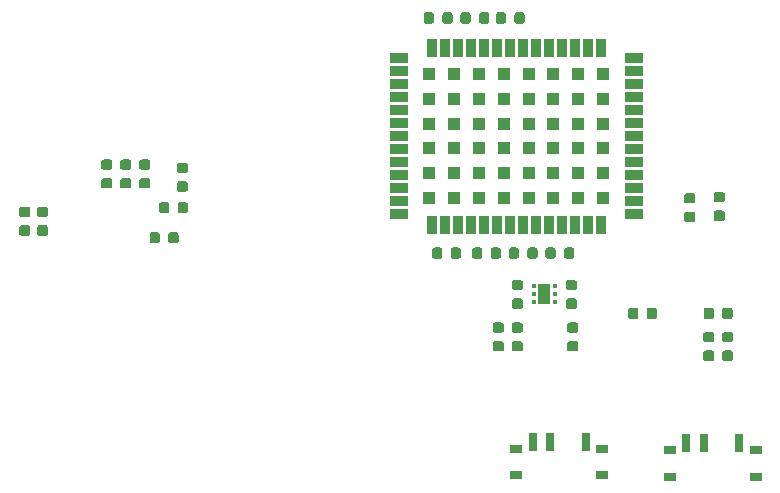
<source format=gbr>
G04 #@! TF.GenerationSoftware,KiCad,Pcbnew,5.99.0-unknown-529461e~100~ubuntu18.04.1*
G04 #@! TF.CreationDate,2019-11-06T10:36:20+01:00*
G04 #@! TF.ProjectId,f9p_board,6639705f-626f-4617-9264-2e6b69636164,rev?*
G04 #@! TF.SameCoordinates,Original*
G04 #@! TF.FileFunction,Paste,Bot*
G04 #@! TF.FilePolarity,Positive*
%FSLAX46Y46*%
G04 Gerber Fmt 4.6, Leading zero omitted, Abs format (unit mm)*
G04 Created by KiCad (PCBNEW 5.99.0-unknown-529461e~100~ubuntu18.04.1) date 2019-11-06 10:36:20*
%MOMM*%
%LPD*%
G04 APERTURE LIST*
%ADD10C,0.100000*%
%ADD11C,0.875000*%
%ADD12R,1.000000X0.800000*%
%ADD13R,0.700000X1.500000*%
%ADD14R,1.100000X1.100000*%
%ADD15R,1.600000X0.900000*%
%ADD16R,0.900000X1.600000*%
%ADD17R,1.120000X1.720000*%
%ADD18R,0.450000X0.400000*%
G04 APERTURE END LIST*
D10*
G36*
X107239962Y-70616651D02*
G01*
X107310930Y-70664070D01*
X107358349Y-70735038D01*
X107375000Y-70818750D01*
X107375000Y-71256250D01*
X107358349Y-71339962D01*
X107310930Y-71410930D01*
X107239962Y-71458349D01*
X107156250Y-71475000D01*
X106643750Y-71475000D01*
X106560038Y-71458349D01*
X106489070Y-71410930D01*
X106441651Y-71339962D01*
X106425000Y-71256250D01*
X106425000Y-70818750D01*
X106441651Y-70735038D01*
X106489070Y-70664070D01*
X106560038Y-70616651D01*
X106643750Y-70600000D01*
X107156250Y-70600000D01*
X107239962Y-70616651D01*
X107239962Y-70616651D01*
G37*
D11*
X106900000Y-71037500D03*
D10*
G36*
X107239962Y-69041651D02*
G01*
X107310930Y-69089070D01*
X107358349Y-69160038D01*
X107375000Y-69243750D01*
X107375000Y-69681250D01*
X107358349Y-69764962D01*
X107310930Y-69835930D01*
X107239962Y-69883349D01*
X107156250Y-69900000D01*
X106643750Y-69900000D01*
X106560038Y-69883349D01*
X106489070Y-69835930D01*
X106441651Y-69764962D01*
X106425000Y-69681250D01*
X106425000Y-69243750D01*
X106441651Y-69160038D01*
X106489070Y-69089070D01*
X106560038Y-69041651D01*
X106643750Y-69025000D01*
X107156250Y-69025000D01*
X107239962Y-69041651D01*
X107239962Y-69041651D01*
G37*
D11*
X106900000Y-69462500D03*
D10*
G36*
X49939962Y-71866651D02*
G01*
X50010930Y-71914070D01*
X50058349Y-71985038D01*
X50075000Y-72068750D01*
X50075000Y-72506250D01*
X50058349Y-72589962D01*
X50010930Y-72660930D01*
X49939962Y-72708349D01*
X49856250Y-72725000D01*
X49343750Y-72725000D01*
X49260038Y-72708349D01*
X49189070Y-72660930D01*
X49141651Y-72589962D01*
X49125000Y-72506250D01*
X49125000Y-72068750D01*
X49141651Y-71985038D01*
X49189070Y-71914070D01*
X49260038Y-71866651D01*
X49343750Y-71850000D01*
X49856250Y-71850000D01*
X49939962Y-71866651D01*
X49939962Y-71866651D01*
G37*
D11*
X49600000Y-72287500D03*
D10*
G36*
X49939962Y-70291651D02*
G01*
X50010930Y-70339070D01*
X50058349Y-70410038D01*
X50075000Y-70493750D01*
X50075000Y-70931250D01*
X50058349Y-71014962D01*
X50010930Y-71085930D01*
X49939962Y-71133349D01*
X49856250Y-71150000D01*
X49343750Y-71150000D01*
X49260038Y-71133349D01*
X49189070Y-71085930D01*
X49141651Y-71014962D01*
X49125000Y-70931250D01*
X49125000Y-70493750D01*
X49141651Y-70410038D01*
X49189070Y-70339070D01*
X49260038Y-70291651D01*
X49343750Y-70275000D01*
X49856250Y-70275000D01*
X49939962Y-70291651D01*
X49939962Y-70291651D01*
G37*
D11*
X49600000Y-70712500D03*
D10*
G36*
X48439962Y-71866651D02*
G01*
X48510930Y-71914070D01*
X48558349Y-71985038D01*
X48575000Y-72068750D01*
X48575000Y-72506250D01*
X48558349Y-72589962D01*
X48510930Y-72660930D01*
X48439962Y-72708349D01*
X48356250Y-72725000D01*
X47843750Y-72725000D01*
X47760038Y-72708349D01*
X47689070Y-72660930D01*
X47641651Y-72589962D01*
X47625000Y-72506250D01*
X47625000Y-72068750D01*
X47641651Y-71985038D01*
X47689070Y-71914070D01*
X47760038Y-71866651D01*
X47843750Y-71850000D01*
X48356250Y-71850000D01*
X48439962Y-71866651D01*
X48439962Y-71866651D01*
G37*
D11*
X48100000Y-72287500D03*
D10*
G36*
X48439962Y-70291651D02*
G01*
X48510930Y-70339070D01*
X48558349Y-70410038D01*
X48575000Y-70493750D01*
X48575000Y-70931250D01*
X48558349Y-71014962D01*
X48510930Y-71085930D01*
X48439962Y-71133349D01*
X48356250Y-71150000D01*
X47843750Y-71150000D01*
X47760038Y-71133349D01*
X47689070Y-71085930D01*
X47641651Y-71014962D01*
X47625000Y-70931250D01*
X47625000Y-70493750D01*
X47641651Y-70410038D01*
X47689070Y-70339070D01*
X47760038Y-70291651D01*
X47843750Y-70275000D01*
X48356250Y-70275000D01*
X48439962Y-70291651D01*
X48439962Y-70291651D01*
G37*
D11*
X48100000Y-70712500D03*
D12*
X110000000Y-90920000D03*
X102700000Y-90920000D03*
X102700000Y-93130000D03*
X110000000Y-93130000D03*
D13*
X104100000Y-90270000D03*
X105600000Y-90270000D03*
X108600000Y-90270000D03*
D10*
G36*
X61789962Y-69891651D02*
G01*
X61860930Y-69939070D01*
X61908349Y-70010038D01*
X61925000Y-70093750D01*
X61925000Y-70606250D01*
X61908349Y-70689962D01*
X61860930Y-70760930D01*
X61789962Y-70808349D01*
X61706250Y-70825000D01*
X61268750Y-70825000D01*
X61185038Y-70808349D01*
X61114070Y-70760930D01*
X61066651Y-70689962D01*
X61050000Y-70606250D01*
X61050000Y-70093750D01*
X61066651Y-70010038D01*
X61114070Y-69939070D01*
X61185038Y-69891651D01*
X61268750Y-69875000D01*
X61706250Y-69875000D01*
X61789962Y-69891651D01*
X61789962Y-69891651D01*
G37*
D11*
X61487500Y-70350000D03*
D10*
G36*
X60214962Y-69891651D02*
G01*
X60285930Y-69939070D01*
X60333349Y-70010038D01*
X60350000Y-70093750D01*
X60350000Y-70606250D01*
X60333349Y-70689962D01*
X60285930Y-70760930D01*
X60214962Y-70808349D01*
X60131250Y-70825000D01*
X59693750Y-70825000D01*
X59610038Y-70808349D01*
X59539070Y-70760930D01*
X59491651Y-70689962D01*
X59475000Y-70606250D01*
X59475000Y-70093750D01*
X59491651Y-70010038D01*
X59539070Y-69939070D01*
X59610038Y-69891651D01*
X59693750Y-69875000D01*
X60131250Y-69875000D01*
X60214962Y-69891651D01*
X60214962Y-69891651D01*
G37*
D11*
X59912500Y-70350000D03*
D10*
G36*
X61789962Y-66566651D02*
G01*
X61860930Y-66614070D01*
X61908349Y-66685038D01*
X61925000Y-66768750D01*
X61925000Y-67206250D01*
X61908349Y-67289962D01*
X61860930Y-67360930D01*
X61789962Y-67408349D01*
X61706250Y-67425000D01*
X61193750Y-67425000D01*
X61110038Y-67408349D01*
X61039070Y-67360930D01*
X60991651Y-67289962D01*
X60975000Y-67206250D01*
X60975000Y-66768750D01*
X60991651Y-66685038D01*
X61039070Y-66614070D01*
X61110038Y-66566651D01*
X61193750Y-66550000D01*
X61706250Y-66550000D01*
X61789962Y-66566651D01*
X61789962Y-66566651D01*
G37*
D11*
X61450000Y-66987500D03*
D10*
G36*
X61789962Y-68141651D02*
G01*
X61860930Y-68189070D01*
X61908349Y-68260038D01*
X61925000Y-68343750D01*
X61925000Y-68781250D01*
X61908349Y-68864962D01*
X61860930Y-68935930D01*
X61789962Y-68983349D01*
X61706250Y-69000000D01*
X61193750Y-69000000D01*
X61110038Y-68983349D01*
X61039070Y-68935930D01*
X60991651Y-68864962D01*
X60975000Y-68781250D01*
X60975000Y-68343750D01*
X60991651Y-68260038D01*
X61039070Y-68189070D01*
X61110038Y-68141651D01*
X61193750Y-68125000D01*
X61706250Y-68125000D01*
X61789962Y-68141651D01*
X61789962Y-68141651D01*
G37*
D11*
X61450000Y-68562500D03*
D10*
G36*
X56989962Y-67866651D02*
G01*
X57060930Y-67914070D01*
X57108349Y-67985038D01*
X57125000Y-68068750D01*
X57125000Y-68506250D01*
X57108349Y-68589962D01*
X57060930Y-68660930D01*
X56989962Y-68708349D01*
X56906250Y-68725000D01*
X56393750Y-68725000D01*
X56310038Y-68708349D01*
X56239070Y-68660930D01*
X56191651Y-68589962D01*
X56175000Y-68506250D01*
X56175000Y-68068750D01*
X56191651Y-67985038D01*
X56239070Y-67914070D01*
X56310038Y-67866651D01*
X56393750Y-67850000D01*
X56906250Y-67850000D01*
X56989962Y-67866651D01*
X56989962Y-67866651D01*
G37*
D11*
X56650000Y-68287500D03*
D10*
G36*
X56989962Y-66291651D02*
G01*
X57060930Y-66339070D01*
X57108349Y-66410038D01*
X57125000Y-66493750D01*
X57125000Y-66931250D01*
X57108349Y-67014962D01*
X57060930Y-67085930D01*
X56989962Y-67133349D01*
X56906250Y-67150000D01*
X56393750Y-67150000D01*
X56310038Y-67133349D01*
X56239070Y-67085930D01*
X56191651Y-67014962D01*
X56175000Y-66931250D01*
X56175000Y-66493750D01*
X56191651Y-66410038D01*
X56239070Y-66339070D01*
X56310038Y-66291651D01*
X56393750Y-66275000D01*
X56906250Y-66275000D01*
X56989962Y-66291651D01*
X56989962Y-66291651D01*
G37*
D11*
X56650000Y-66712500D03*
D10*
G36*
X58589962Y-67866651D02*
G01*
X58660930Y-67914070D01*
X58708349Y-67985038D01*
X58725000Y-68068750D01*
X58725000Y-68506250D01*
X58708349Y-68589962D01*
X58660930Y-68660930D01*
X58589962Y-68708349D01*
X58506250Y-68725000D01*
X57993750Y-68725000D01*
X57910038Y-68708349D01*
X57839070Y-68660930D01*
X57791651Y-68589962D01*
X57775000Y-68506250D01*
X57775000Y-68068750D01*
X57791651Y-67985038D01*
X57839070Y-67914070D01*
X57910038Y-67866651D01*
X57993750Y-67850000D01*
X58506250Y-67850000D01*
X58589962Y-67866651D01*
X58589962Y-67866651D01*
G37*
D11*
X58250000Y-68287500D03*
D10*
G36*
X58589962Y-66291651D02*
G01*
X58660930Y-66339070D01*
X58708349Y-66410038D01*
X58725000Y-66493750D01*
X58725000Y-66931250D01*
X58708349Y-67014962D01*
X58660930Y-67085930D01*
X58589962Y-67133349D01*
X58506250Y-67150000D01*
X57993750Y-67150000D01*
X57910038Y-67133349D01*
X57839070Y-67085930D01*
X57791651Y-67014962D01*
X57775000Y-66931250D01*
X57775000Y-66493750D01*
X57791651Y-66410038D01*
X57839070Y-66339070D01*
X57910038Y-66291651D01*
X57993750Y-66275000D01*
X58506250Y-66275000D01*
X58589962Y-66291651D01*
X58589962Y-66291651D01*
G37*
D11*
X58250000Y-66712500D03*
D10*
G36*
X55389962Y-67866651D02*
G01*
X55460930Y-67914070D01*
X55508349Y-67985038D01*
X55525000Y-68068750D01*
X55525000Y-68506250D01*
X55508349Y-68589962D01*
X55460930Y-68660930D01*
X55389962Y-68708349D01*
X55306250Y-68725000D01*
X54793750Y-68725000D01*
X54710038Y-68708349D01*
X54639070Y-68660930D01*
X54591651Y-68589962D01*
X54575000Y-68506250D01*
X54575000Y-68068750D01*
X54591651Y-67985038D01*
X54639070Y-67914070D01*
X54710038Y-67866651D01*
X54793750Y-67850000D01*
X55306250Y-67850000D01*
X55389962Y-67866651D01*
X55389962Y-67866651D01*
G37*
D11*
X55050000Y-68287500D03*
D10*
G36*
X55389962Y-66291651D02*
G01*
X55460930Y-66339070D01*
X55508349Y-66410038D01*
X55525000Y-66493750D01*
X55525000Y-66931250D01*
X55508349Y-67014962D01*
X55460930Y-67085930D01*
X55389962Y-67133349D01*
X55306250Y-67150000D01*
X54793750Y-67150000D01*
X54710038Y-67133349D01*
X54639070Y-67085930D01*
X54591651Y-67014962D01*
X54575000Y-66931250D01*
X54575000Y-66493750D01*
X54591651Y-66410038D01*
X54639070Y-66339070D01*
X54710038Y-66291651D01*
X54793750Y-66275000D01*
X55306250Y-66275000D01*
X55389962Y-66291651D01*
X55389962Y-66291651D01*
G37*
D11*
X55050000Y-66712500D03*
D10*
G36*
X60989962Y-72441651D02*
G01*
X61060930Y-72489070D01*
X61108349Y-72560038D01*
X61125000Y-72643750D01*
X61125000Y-73156250D01*
X61108349Y-73239962D01*
X61060930Y-73310930D01*
X60989962Y-73358349D01*
X60906250Y-73375000D01*
X60468750Y-73375000D01*
X60385038Y-73358349D01*
X60314070Y-73310930D01*
X60266651Y-73239962D01*
X60250000Y-73156250D01*
X60250000Y-72643750D01*
X60266651Y-72560038D01*
X60314070Y-72489070D01*
X60385038Y-72441651D01*
X60468750Y-72425000D01*
X60906250Y-72425000D01*
X60989962Y-72441651D01*
X60989962Y-72441651D01*
G37*
D11*
X60687500Y-72900000D03*
D10*
G36*
X59414962Y-72441651D02*
G01*
X59485930Y-72489070D01*
X59533349Y-72560038D01*
X59550000Y-72643750D01*
X59550000Y-73156250D01*
X59533349Y-73239962D01*
X59485930Y-73310930D01*
X59414962Y-73358349D01*
X59331250Y-73375000D01*
X58893750Y-73375000D01*
X58810038Y-73358349D01*
X58739070Y-73310930D01*
X58691651Y-73239962D01*
X58675000Y-73156250D01*
X58675000Y-72643750D01*
X58691651Y-72560038D01*
X58739070Y-72489070D01*
X58810038Y-72441651D01*
X58893750Y-72425000D01*
X59331250Y-72425000D01*
X59414962Y-72441651D01*
X59414962Y-72441651D01*
G37*
D11*
X59112500Y-72900000D03*
D10*
G36*
X94839962Y-80091651D02*
G01*
X94910930Y-80139070D01*
X94958349Y-80210038D01*
X94975000Y-80293750D01*
X94975000Y-80731250D01*
X94958349Y-80814962D01*
X94910930Y-80885930D01*
X94839962Y-80933349D01*
X94756250Y-80950000D01*
X94243750Y-80950000D01*
X94160038Y-80933349D01*
X94089070Y-80885930D01*
X94041651Y-80814962D01*
X94025000Y-80731250D01*
X94025000Y-80293750D01*
X94041651Y-80210038D01*
X94089070Y-80139070D01*
X94160038Y-80091651D01*
X94243750Y-80075000D01*
X94756250Y-80075000D01*
X94839962Y-80091651D01*
X94839962Y-80091651D01*
G37*
D11*
X94500000Y-80512500D03*
D10*
G36*
X94839962Y-81666651D02*
G01*
X94910930Y-81714070D01*
X94958349Y-81785038D01*
X94975000Y-81868750D01*
X94975000Y-82306250D01*
X94958349Y-82389962D01*
X94910930Y-82460930D01*
X94839962Y-82508349D01*
X94756250Y-82525000D01*
X94243750Y-82525000D01*
X94160038Y-82508349D01*
X94089070Y-82460930D01*
X94041651Y-82389962D01*
X94025000Y-82306250D01*
X94025000Y-81868750D01*
X94041651Y-81785038D01*
X94089070Y-81714070D01*
X94160038Y-81666651D01*
X94243750Y-81650000D01*
X94756250Y-81650000D01*
X94839962Y-81666651D01*
X94839962Y-81666651D01*
G37*
D11*
X94500000Y-82087500D03*
D14*
X90750000Y-69550000D03*
X86550000Y-69550000D03*
X94950000Y-69550000D03*
X88650000Y-69550000D03*
X82350000Y-69550000D03*
X84450000Y-69550000D03*
X92850000Y-69550000D03*
X97050000Y-69550000D03*
X88650000Y-67450000D03*
X97050000Y-67450000D03*
X90750000Y-67450000D03*
X86550000Y-67450000D03*
X94950000Y-67450000D03*
X82350000Y-67450000D03*
X92850000Y-67450000D03*
X84450000Y-67450000D03*
X86550000Y-65350000D03*
X94950000Y-65350000D03*
X82350000Y-65350000D03*
X90750000Y-65350000D03*
X97050000Y-65350000D03*
X92850000Y-65350000D03*
X88650000Y-65350000D03*
X84450000Y-65350000D03*
X86550000Y-63250000D03*
X90750000Y-63250000D03*
X94950000Y-63250000D03*
X97050000Y-63250000D03*
X88650000Y-63250000D03*
X82350000Y-63250000D03*
X84450000Y-63250000D03*
X92850000Y-63250000D03*
X86550000Y-61150000D03*
X90750000Y-61150000D03*
X88650000Y-61150000D03*
X82350000Y-61150000D03*
X94950000Y-61150000D03*
X97050000Y-61150000D03*
X84450000Y-61150000D03*
X92850000Y-61150000D03*
X97050000Y-59050000D03*
X94950000Y-59050000D03*
X92850000Y-59050000D03*
X90750000Y-59050000D03*
X88650000Y-59050000D03*
X86550000Y-59050000D03*
X84450000Y-59050000D03*
X82350000Y-59050000D03*
D15*
X79750000Y-59900000D03*
X79750000Y-70900000D03*
X79750000Y-65400000D03*
X79750000Y-63200000D03*
X79750000Y-68700000D03*
X79750000Y-66500000D03*
X79750000Y-57700000D03*
X79750000Y-64300000D03*
X79750000Y-67600000D03*
X79750000Y-62100000D03*
X79750000Y-58800000D03*
X79750000Y-61000000D03*
X79750000Y-69800000D03*
X99650000Y-70900000D03*
X99650000Y-69800000D03*
X99650000Y-68700000D03*
X99650000Y-67600000D03*
X99650000Y-66500000D03*
X99650000Y-65400000D03*
X99650000Y-64300000D03*
X99650000Y-63200000D03*
X99650000Y-62100000D03*
X99650000Y-61000000D03*
X99650000Y-59900000D03*
X99650000Y-58800000D03*
X99650000Y-57700000D03*
D16*
X91350000Y-71800000D03*
X90250000Y-71800000D03*
X89150000Y-71800000D03*
X86950000Y-71800000D03*
X92450000Y-71800000D03*
X84750000Y-71800000D03*
X85850000Y-71800000D03*
X96850000Y-71800000D03*
X82550000Y-71800000D03*
X83650000Y-71800000D03*
X95750000Y-71800000D03*
X88050000Y-71800000D03*
X93550000Y-71800000D03*
X94650000Y-71800000D03*
X96850000Y-56850000D03*
X95750000Y-56850000D03*
X94650000Y-56850000D03*
X93550000Y-56850000D03*
X92450000Y-56850000D03*
X91350000Y-56850000D03*
X90250000Y-56850000D03*
X89150000Y-56850000D03*
X88050000Y-56850000D03*
X86950000Y-56850000D03*
X85850000Y-56850000D03*
X84750000Y-56850000D03*
X83650000Y-56850000D03*
X82550000Y-56850000D03*
D10*
G36*
X107939962Y-80891651D02*
G01*
X108010930Y-80939070D01*
X108058349Y-81010038D01*
X108075000Y-81093750D01*
X108075000Y-81531250D01*
X108058349Y-81614962D01*
X108010930Y-81685930D01*
X107939962Y-81733349D01*
X107856250Y-81750000D01*
X107343750Y-81750000D01*
X107260038Y-81733349D01*
X107189070Y-81685930D01*
X107141651Y-81614962D01*
X107125000Y-81531250D01*
X107125000Y-81093750D01*
X107141651Y-81010038D01*
X107189070Y-80939070D01*
X107260038Y-80891651D01*
X107343750Y-80875000D01*
X107856250Y-80875000D01*
X107939962Y-80891651D01*
X107939962Y-80891651D01*
G37*
D11*
X107600000Y-81312500D03*
D10*
G36*
X107939962Y-82466651D02*
G01*
X108010930Y-82514070D01*
X108058349Y-82585038D01*
X108075000Y-82668750D01*
X108075000Y-83106250D01*
X108058349Y-83189962D01*
X108010930Y-83260930D01*
X107939962Y-83308349D01*
X107856250Y-83325000D01*
X107343750Y-83325000D01*
X107260038Y-83308349D01*
X107189070Y-83260930D01*
X107141651Y-83189962D01*
X107125000Y-83106250D01*
X107125000Y-82668750D01*
X107141651Y-82585038D01*
X107189070Y-82514070D01*
X107260038Y-82466651D01*
X107343750Y-82450000D01*
X107856250Y-82450000D01*
X107939962Y-82466651D01*
X107939962Y-82466651D01*
G37*
D11*
X107600000Y-82887500D03*
D10*
G36*
X106339962Y-80891651D02*
G01*
X106410930Y-80939070D01*
X106458349Y-81010038D01*
X106475000Y-81093750D01*
X106475000Y-81531250D01*
X106458349Y-81614962D01*
X106410930Y-81685930D01*
X106339962Y-81733349D01*
X106256250Y-81750000D01*
X105743750Y-81750000D01*
X105660038Y-81733349D01*
X105589070Y-81685930D01*
X105541651Y-81614962D01*
X105525000Y-81531250D01*
X105525000Y-81093750D01*
X105541651Y-81010038D01*
X105589070Y-80939070D01*
X105660038Y-80891651D01*
X105743750Y-80875000D01*
X106256250Y-80875000D01*
X106339962Y-80891651D01*
X106339962Y-80891651D01*
G37*
D11*
X106000000Y-81312500D03*
D10*
G36*
X106339962Y-82466651D02*
G01*
X106410930Y-82514070D01*
X106458349Y-82585038D01*
X106475000Y-82668750D01*
X106475000Y-83106250D01*
X106458349Y-83189962D01*
X106410930Y-83260930D01*
X106339962Y-83308349D01*
X106256250Y-83325000D01*
X105743750Y-83325000D01*
X105660038Y-83308349D01*
X105589070Y-83260930D01*
X105541651Y-83189962D01*
X105525000Y-83106250D01*
X105525000Y-82668750D01*
X105541651Y-82585038D01*
X105589070Y-82514070D01*
X105660038Y-82466651D01*
X105743750Y-82450000D01*
X106256250Y-82450000D01*
X106339962Y-82466651D01*
X106339962Y-82466651D01*
G37*
D11*
X106000000Y-82887500D03*
D10*
G36*
X82614962Y-53841651D02*
G01*
X82685930Y-53889070D01*
X82733349Y-53960038D01*
X82750000Y-54043750D01*
X82750000Y-54556250D01*
X82733349Y-54639962D01*
X82685930Y-54710930D01*
X82614962Y-54758349D01*
X82531250Y-54775000D01*
X82093750Y-54775000D01*
X82010038Y-54758349D01*
X81939070Y-54710930D01*
X81891651Y-54639962D01*
X81875000Y-54556250D01*
X81875000Y-54043750D01*
X81891651Y-53960038D01*
X81939070Y-53889070D01*
X82010038Y-53841651D01*
X82093750Y-53825000D01*
X82531250Y-53825000D01*
X82614962Y-53841651D01*
X82614962Y-53841651D01*
G37*
D11*
X82312500Y-54300000D03*
D10*
G36*
X84189962Y-53841651D02*
G01*
X84260930Y-53889070D01*
X84308349Y-53960038D01*
X84325000Y-54043750D01*
X84325000Y-54556250D01*
X84308349Y-54639962D01*
X84260930Y-54710930D01*
X84189962Y-54758349D01*
X84106250Y-54775000D01*
X83668750Y-54775000D01*
X83585038Y-54758349D01*
X83514070Y-54710930D01*
X83466651Y-54639962D01*
X83450000Y-54556250D01*
X83450000Y-54043750D01*
X83466651Y-53960038D01*
X83514070Y-53889070D01*
X83585038Y-53841651D01*
X83668750Y-53825000D01*
X84106250Y-53825000D01*
X84189962Y-53841651D01*
X84189962Y-53841651D01*
G37*
D11*
X83887500Y-54300000D03*
D10*
G36*
X88714962Y-53841651D02*
G01*
X88785930Y-53889070D01*
X88833349Y-53960038D01*
X88850000Y-54043750D01*
X88850000Y-54556250D01*
X88833349Y-54639962D01*
X88785930Y-54710930D01*
X88714962Y-54758349D01*
X88631250Y-54775000D01*
X88193750Y-54775000D01*
X88110038Y-54758349D01*
X88039070Y-54710930D01*
X87991651Y-54639962D01*
X87975000Y-54556250D01*
X87975000Y-54043750D01*
X87991651Y-53960038D01*
X88039070Y-53889070D01*
X88110038Y-53841651D01*
X88193750Y-53825000D01*
X88631250Y-53825000D01*
X88714962Y-53841651D01*
X88714962Y-53841651D01*
G37*
D11*
X88412500Y-54300000D03*
D10*
G36*
X90289962Y-53841651D02*
G01*
X90360930Y-53889070D01*
X90408349Y-53960038D01*
X90425000Y-54043750D01*
X90425000Y-54556250D01*
X90408349Y-54639962D01*
X90360930Y-54710930D01*
X90289962Y-54758349D01*
X90206250Y-54775000D01*
X89768750Y-54775000D01*
X89685038Y-54758349D01*
X89614070Y-54710930D01*
X89566651Y-54639962D01*
X89550000Y-54556250D01*
X89550000Y-54043750D01*
X89566651Y-53960038D01*
X89614070Y-53889070D01*
X89685038Y-53841651D01*
X89768750Y-53825000D01*
X90206250Y-53825000D01*
X90289962Y-53841651D01*
X90289962Y-53841651D01*
G37*
D11*
X89987500Y-54300000D03*
D10*
G36*
X85714962Y-53841651D02*
G01*
X85785930Y-53889070D01*
X85833349Y-53960038D01*
X85850000Y-54043750D01*
X85850000Y-54556250D01*
X85833349Y-54639962D01*
X85785930Y-54710930D01*
X85714962Y-54758349D01*
X85631250Y-54775000D01*
X85193750Y-54775000D01*
X85110038Y-54758349D01*
X85039070Y-54710930D01*
X84991651Y-54639962D01*
X84975000Y-54556250D01*
X84975000Y-54043750D01*
X84991651Y-53960038D01*
X85039070Y-53889070D01*
X85110038Y-53841651D01*
X85193750Y-53825000D01*
X85631250Y-53825000D01*
X85714962Y-53841651D01*
X85714962Y-53841651D01*
G37*
D11*
X85412500Y-54300000D03*
D10*
G36*
X87289962Y-53841651D02*
G01*
X87360930Y-53889070D01*
X87408349Y-53960038D01*
X87425000Y-54043750D01*
X87425000Y-54556250D01*
X87408349Y-54639962D01*
X87360930Y-54710930D01*
X87289962Y-54758349D01*
X87206250Y-54775000D01*
X86768750Y-54775000D01*
X86685038Y-54758349D01*
X86614070Y-54710930D01*
X86566651Y-54639962D01*
X86550000Y-54556250D01*
X86550000Y-54043750D01*
X86566651Y-53960038D01*
X86614070Y-53889070D01*
X86685038Y-53841651D01*
X86768750Y-53825000D01*
X87206250Y-53825000D01*
X87289962Y-53841651D01*
X87289962Y-53841651D01*
G37*
D11*
X86987500Y-54300000D03*
D10*
G36*
X92914962Y-73741651D02*
G01*
X92985930Y-73789070D01*
X93033349Y-73860038D01*
X93050000Y-73943750D01*
X93050000Y-74456250D01*
X93033349Y-74539962D01*
X92985930Y-74610930D01*
X92914962Y-74658349D01*
X92831250Y-74675000D01*
X92393750Y-74675000D01*
X92310038Y-74658349D01*
X92239070Y-74610930D01*
X92191651Y-74539962D01*
X92175000Y-74456250D01*
X92175000Y-73943750D01*
X92191651Y-73860038D01*
X92239070Y-73789070D01*
X92310038Y-73741651D01*
X92393750Y-73725000D01*
X92831250Y-73725000D01*
X92914962Y-73741651D01*
X92914962Y-73741651D01*
G37*
D11*
X92612500Y-74200000D03*
D10*
G36*
X94489962Y-73741651D02*
G01*
X94560930Y-73789070D01*
X94608349Y-73860038D01*
X94625000Y-73943750D01*
X94625000Y-74456250D01*
X94608349Y-74539962D01*
X94560930Y-74610930D01*
X94489962Y-74658349D01*
X94406250Y-74675000D01*
X93968750Y-74675000D01*
X93885038Y-74658349D01*
X93814070Y-74610930D01*
X93766651Y-74539962D01*
X93750000Y-74456250D01*
X93750000Y-73943750D01*
X93766651Y-73860038D01*
X93814070Y-73789070D01*
X93885038Y-73741651D01*
X93968750Y-73725000D01*
X94406250Y-73725000D01*
X94489962Y-73741651D01*
X94489962Y-73741651D01*
G37*
D11*
X94187500Y-74200000D03*
D10*
G36*
X88289962Y-73741651D02*
G01*
X88360930Y-73789070D01*
X88408349Y-73860038D01*
X88425000Y-73943750D01*
X88425000Y-74456250D01*
X88408349Y-74539962D01*
X88360930Y-74610930D01*
X88289962Y-74658349D01*
X88206250Y-74675000D01*
X87768750Y-74675000D01*
X87685038Y-74658349D01*
X87614070Y-74610930D01*
X87566651Y-74539962D01*
X87550000Y-74456250D01*
X87550000Y-73943750D01*
X87566651Y-73860038D01*
X87614070Y-73789070D01*
X87685038Y-73741651D01*
X87768750Y-73725000D01*
X88206250Y-73725000D01*
X88289962Y-73741651D01*
X88289962Y-73741651D01*
G37*
D11*
X87987500Y-74200000D03*
D10*
G36*
X86714962Y-73741651D02*
G01*
X86785930Y-73789070D01*
X86833349Y-73860038D01*
X86850000Y-73943750D01*
X86850000Y-74456250D01*
X86833349Y-74539962D01*
X86785930Y-74610930D01*
X86714962Y-74658349D01*
X86631250Y-74675000D01*
X86193750Y-74675000D01*
X86110038Y-74658349D01*
X86039070Y-74610930D01*
X85991651Y-74539962D01*
X85975000Y-74456250D01*
X85975000Y-73943750D01*
X85991651Y-73860038D01*
X86039070Y-73789070D01*
X86110038Y-73741651D01*
X86193750Y-73725000D01*
X86631250Y-73725000D01*
X86714962Y-73741651D01*
X86714962Y-73741651D01*
G37*
D11*
X86412500Y-74200000D03*
D10*
G36*
X89814962Y-73741651D02*
G01*
X89885930Y-73789070D01*
X89933349Y-73860038D01*
X89950000Y-73943750D01*
X89950000Y-74456250D01*
X89933349Y-74539962D01*
X89885930Y-74610930D01*
X89814962Y-74658349D01*
X89731250Y-74675000D01*
X89293750Y-74675000D01*
X89210038Y-74658349D01*
X89139070Y-74610930D01*
X89091651Y-74539962D01*
X89075000Y-74456250D01*
X89075000Y-73943750D01*
X89091651Y-73860038D01*
X89139070Y-73789070D01*
X89210038Y-73741651D01*
X89293750Y-73725000D01*
X89731250Y-73725000D01*
X89814962Y-73741651D01*
X89814962Y-73741651D01*
G37*
D11*
X89512500Y-74200000D03*
D10*
G36*
X91389962Y-73741651D02*
G01*
X91460930Y-73789070D01*
X91508349Y-73860038D01*
X91525000Y-73943750D01*
X91525000Y-74456250D01*
X91508349Y-74539962D01*
X91460930Y-74610930D01*
X91389962Y-74658349D01*
X91306250Y-74675000D01*
X90868750Y-74675000D01*
X90785038Y-74658349D01*
X90714070Y-74610930D01*
X90666651Y-74539962D01*
X90650000Y-74456250D01*
X90650000Y-73943750D01*
X90666651Y-73860038D01*
X90714070Y-73789070D01*
X90785038Y-73741651D01*
X90868750Y-73725000D01*
X91306250Y-73725000D01*
X91389962Y-73741651D01*
X91389962Y-73741651D01*
G37*
D11*
X91087500Y-74200000D03*
D12*
X97000000Y-90820000D03*
X89700000Y-90820000D03*
X89700000Y-93030000D03*
X97000000Y-93030000D03*
D13*
X91100000Y-90170000D03*
X92600000Y-90170000D03*
X95600000Y-90170000D03*
D10*
G36*
X104739962Y-69141651D02*
G01*
X104810930Y-69189070D01*
X104858349Y-69260038D01*
X104875000Y-69343750D01*
X104875000Y-69781250D01*
X104858349Y-69864962D01*
X104810930Y-69935930D01*
X104739962Y-69983349D01*
X104656250Y-70000000D01*
X104143750Y-70000000D01*
X104060038Y-69983349D01*
X103989070Y-69935930D01*
X103941651Y-69864962D01*
X103925000Y-69781250D01*
X103925000Y-69343750D01*
X103941651Y-69260038D01*
X103989070Y-69189070D01*
X104060038Y-69141651D01*
X104143750Y-69125000D01*
X104656250Y-69125000D01*
X104739962Y-69141651D01*
X104739962Y-69141651D01*
G37*
D11*
X104400000Y-69562500D03*
D10*
G36*
X104739962Y-70716651D02*
G01*
X104810930Y-70764070D01*
X104858349Y-70835038D01*
X104875000Y-70918750D01*
X104875000Y-71356250D01*
X104858349Y-71439962D01*
X104810930Y-71510930D01*
X104739962Y-71558349D01*
X104656250Y-71575000D01*
X104143750Y-71575000D01*
X104060038Y-71558349D01*
X103989070Y-71510930D01*
X103941651Y-71439962D01*
X103925000Y-71356250D01*
X103925000Y-70918750D01*
X103941651Y-70835038D01*
X103989070Y-70764070D01*
X104060038Y-70716651D01*
X104143750Y-70700000D01*
X104656250Y-70700000D01*
X104739962Y-70716651D01*
X104739962Y-70716651D01*
G37*
D11*
X104400000Y-71137500D03*
D10*
G36*
X101489962Y-78841651D02*
G01*
X101560930Y-78889070D01*
X101608349Y-78960038D01*
X101625000Y-79043750D01*
X101625000Y-79556250D01*
X101608349Y-79639962D01*
X101560930Y-79710930D01*
X101489962Y-79758349D01*
X101406250Y-79775000D01*
X100968750Y-79775000D01*
X100885038Y-79758349D01*
X100814070Y-79710930D01*
X100766651Y-79639962D01*
X100750000Y-79556250D01*
X100750000Y-79043750D01*
X100766651Y-78960038D01*
X100814070Y-78889070D01*
X100885038Y-78841651D01*
X100968750Y-78825000D01*
X101406250Y-78825000D01*
X101489962Y-78841651D01*
X101489962Y-78841651D01*
G37*
D11*
X101187500Y-79300000D03*
D10*
G36*
X99914962Y-78841651D02*
G01*
X99985930Y-78889070D01*
X100033349Y-78960038D01*
X100050000Y-79043750D01*
X100050000Y-79556250D01*
X100033349Y-79639962D01*
X99985930Y-79710930D01*
X99914962Y-79758349D01*
X99831250Y-79775000D01*
X99393750Y-79775000D01*
X99310038Y-79758349D01*
X99239070Y-79710930D01*
X99191651Y-79639962D01*
X99175000Y-79556250D01*
X99175000Y-79043750D01*
X99191651Y-78960038D01*
X99239070Y-78889070D01*
X99310038Y-78841651D01*
X99393750Y-78825000D01*
X99831250Y-78825000D01*
X99914962Y-78841651D01*
X99914962Y-78841651D01*
G37*
D11*
X99612500Y-79300000D03*
D10*
G36*
X106314962Y-78841651D02*
G01*
X106385930Y-78889070D01*
X106433349Y-78960038D01*
X106450000Y-79043750D01*
X106450000Y-79556250D01*
X106433349Y-79639962D01*
X106385930Y-79710930D01*
X106314962Y-79758349D01*
X106231250Y-79775000D01*
X105793750Y-79775000D01*
X105710038Y-79758349D01*
X105639070Y-79710930D01*
X105591651Y-79639962D01*
X105575000Y-79556250D01*
X105575000Y-79043750D01*
X105591651Y-78960038D01*
X105639070Y-78889070D01*
X105710038Y-78841651D01*
X105793750Y-78825000D01*
X106231250Y-78825000D01*
X106314962Y-78841651D01*
X106314962Y-78841651D01*
G37*
D11*
X106012500Y-79300000D03*
D10*
G36*
X107889962Y-78841651D02*
G01*
X107960930Y-78889070D01*
X108008349Y-78960038D01*
X108025000Y-79043750D01*
X108025000Y-79556250D01*
X108008349Y-79639962D01*
X107960930Y-79710930D01*
X107889962Y-79758349D01*
X107806250Y-79775000D01*
X107368750Y-79775000D01*
X107285038Y-79758349D01*
X107214070Y-79710930D01*
X107166651Y-79639962D01*
X107150000Y-79556250D01*
X107150000Y-79043750D01*
X107166651Y-78960038D01*
X107214070Y-78889070D01*
X107285038Y-78841651D01*
X107368750Y-78825000D01*
X107806250Y-78825000D01*
X107889962Y-78841651D01*
X107889962Y-78841651D01*
G37*
D11*
X107587500Y-79300000D03*
D10*
G36*
X88525962Y-80091651D02*
G01*
X88596930Y-80139070D01*
X88644349Y-80210038D01*
X88661000Y-80293750D01*
X88661000Y-80731250D01*
X88644349Y-80814962D01*
X88596930Y-80885930D01*
X88525962Y-80933349D01*
X88442250Y-80950000D01*
X87929750Y-80950000D01*
X87846038Y-80933349D01*
X87775070Y-80885930D01*
X87727651Y-80814962D01*
X87711000Y-80731250D01*
X87711000Y-80293750D01*
X87727651Y-80210038D01*
X87775070Y-80139070D01*
X87846038Y-80091651D01*
X87929750Y-80075000D01*
X88442250Y-80075000D01*
X88525962Y-80091651D01*
X88525962Y-80091651D01*
G37*
D11*
X88186000Y-80512500D03*
D10*
G36*
X88525962Y-81666651D02*
G01*
X88596930Y-81714070D01*
X88644349Y-81785038D01*
X88661000Y-81868750D01*
X88661000Y-82306250D01*
X88644349Y-82389962D01*
X88596930Y-82460930D01*
X88525962Y-82508349D01*
X88442250Y-82525000D01*
X87929750Y-82525000D01*
X87846038Y-82508349D01*
X87775070Y-82460930D01*
X87727651Y-82389962D01*
X87711000Y-82306250D01*
X87711000Y-81868750D01*
X87727651Y-81785038D01*
X87775070Y-81714070D01*
X87846038Y-81666651D01*
X87929750Y-81650000D01*
X88442250Y-81650000D01*
X88525962Y-81666651D01*
X88525962Y-81666651D01*
G37*
D11*
X88186000Y-82087500D03*
D10*
G36*
X90125962Y-80091651D02*
G01*
X90196930Y-80139070D01*
X90244349Y-80210038D01*
X90261000Y-80293750D01*
X90261000Y-80731250D01*
X90244349Y-80814962D01*
X90196930Y-80885930D01*
X90125962Y-80933349D01*
X90042250Y-80950000D01*
X89529750Y-80950000D01*
X89446038Y-80933349D01*
X89375070Y-80885930D01*
X89327651Y-80814962D01*
X89311000Y-80731250D01*
X89311000Y-80293750D01*
X89327651Y-80210038D01*
X89375070Y-80139070D01*
X89446038Y-80091651D01*
X89529750Y-80075000D01*
X90042250Y-80075000D01*
X90125962Y-80091651D01*
X90125962Y-80091651D01*
G37*
D11*
X89786000Y-80512500D03*
D10*
G36*
X90125962Y-81666651D02*
G01*
X90196930Y-81714070D01*
X90244349Y-81785038D01*
X90261000Y-81868750D01*
X90261000Y-82306250D01*
X90244349Y-82389962D01*
X90196930Y-82460930D01*
X90125962Y-82508349D01*
X90042250Y-82525000D01*
X89529750Y-82525000D01*
X89446038Y-82508349D01*
X89375070Y-82460930D01*
X89327651Y-82389962D01*
X89311000Y-82306250D01*
X89311000Y-81868750D01*
X89327651Y-81785038D01*
X89375070Y-81714070D01*
X89446038Y-81666651D01*
X89529750Y-81650000D01*
X90042250Y-81650000D01*
X90125962Y-81666651D01*
X90125962Y-81666651D01*
G37*
D11*
X89786000Y-82087500D03*
D10*
G36*
X83314962Y-73741651D02*
G01*
X83385930Y-73789070D01*
X83433349Y-73860038D01*
X83450000Y-73943750D01*
X83450000Y-74456250D01*
X83433349Y-74539962D01*
X83385930Y-74610930D01*
X83314962Y-74658349D01*
X83231250Y-74675000D01*
X82793750Y-74675000D01*
X82710038Y-74658349D01*
X82639070Y-74610930D01*
X82591651Y-74539962D01*
X82575000Y-74456250D01*
X82575000Y-73943750D01*
X82591651Y-73860038D01*
X82639070Y-73789070D01*
X82710038Y-73741651D01*
X82793750Y-73725000D01*
X83231250Y-73725000D01*
X83314962Y-73741651D01*
X83314962Y-73741651D01*
G37*
D11*
X83012500Y-74200000D03*
D10*
G36*
X84889962Y-73741651D02*
G01*
X84960930Y-73789070D01*
X85008349Y-73860038D01*
X85025000Y-73943750D01*
X85025000Y-74456250D01*
X85008349Y-74539962D01*
X84960930Y-74610930D01*
X84889962Y-74658349D01*
X84806250Y-74675000D01*
X84368750Y-74675000D01*
X84285038Y-74658349D01*
X84214070Y-74610930D01*
X84166651Y-74539962D01*
X84150000Y-74456250D01*
X84150000Y-73943750D01*
X84166651Y-73860038D01*
X84214070Y-73789070D01*
X84285038Y-73741651D01*
X84368750Y-73725000D01*
X84806250Y-73725000D01*
X84889962Y-73741651D01*
X84889962Y-73741651D01*
G37*
D11*
X84587500Y-74200000D03*
D17*
X92100000Y-77700000D03*
D18*
X91175000Y-78360000D03*
X91175000Y-77700000D03*
X91175000Y-77040000D03*
X93025000Y-77040000D03*
X93025000Y-77700000D03*
X93025000Y-78360000D03*
D10*
G36*
X94725962Y-76491651D02*
G01*
X94796930Y-76539070D01*
X94844349Y-76610038D01*
X94861000Y-76693750D01*
X94861000Y-77131250D01*
X94844349Y-77214962D01*
X94796930Y-77285930D01*
X94725962Y-77333349D01*
X94642250Y-77350000D01*
X94129750Y-77350000D01*
X94046038Y-77333349D01*
X93975070Y-77285930D01*
X93927651Y-77214962D01*
X93911000Y-77131250D01*
X93911000Y-76693750D01*
X93927651Y-76610038D01*
X93975070Y-76539070D01*
X94046038Y-76491651D01*
X94129750Y-76475000D01*
X94642250Y-76475000D01*
X94725962Y-76491651D01*
X94725962Y-76491651D01*
G37*
D11*
X94386000Y-76912500D03*
D10*
G36*
X94725962Y-78066651D02*
G01*
X94796930Y-78114070D01*
X94844349Y-78185038D01*
X94861000Y-78268750D01*
X94861000Y-78706250D01*
X94844349Y-78789962D01*
X94796930Y-78860930D01*
X94725962Y-78908349D01*
X94642250Y-78925000D01*
X94129750Y-78925000D01*
X94046038Y-78908349D01*
X93975070Y-78860930D01*
X93927651Y-78789962D01*
X93911000Y-78706250D01*
X93911000Y-78268750D01*
X93927651Y-78185038D01*
X93975070Y-78114070D01*
X94046038Y-78066651D01*
X94129750Y-78050000D01*
X94642250Y-78050000D01*
X94725962Y-78066651D01*
X94725962Y-78066651D01*
G37*
D11*
X94386000Y-78487500D03*
D10*
G36*
X90153962Y-76491651D02*
G01*
X90224930Y-76539070D01*
X90272349Y-76610038D01*
X90289000Y-76693750D01*
X90289000Y-77131250D01*
X90272349Y-77214962D01*
X90224930Y-77285930D01*
X90153962Y-77333349D01*
X90070250Y-77350000D01*
X89557750Y-77350000D01*
X89474038Y-77333349D01*
X89403070Y-77285930D01*
X89355651Y-77214962D01*
X89339000Y-77131250D01*
X89339000Y-76693750D01*
X89355651Y-76610038D01*
X89403070Y-76539070D01*
X89474038Y-76491651D01*
X89557750Y-76475000D01*
X90070250Y-76475000D01*
X90153962Y-76491651D01*
X90153962Y-76491651D01*
G37*
D11*
X89814000Y-76912500D03*
D10*
G36*
X90153962Y-78066651D02*
G01*
X90224930Y-78114070D01*
X90272349Y-78185038D01*
X90289000Y-78268750D01*
X90289000Y-78706250D01*
X90272349Y-78789962D01*
X90224930Y-78860930D01*
X90153962Y-78908349D01*
X90070250Y-78925000D01*
X89557750Y-78925000D01*
X89474038Y-78908349D01*
X89403070Y-78860930D01*
X89355651Y-78789962D01*
X89339000Y-78706250D01*
X89339000Y-78268750D01*
X89355651Y-78185038D01*
X89403070Y-78114070D01*
X89474038Y-78066651D01*
X89557750Y-78050000D01*
X90070250Y-78050000D01*
X90153962Y-78066651D01*
X90153962Y-78066651D01*
G37*
D11*
X89814000Y-78487500D03*
M02*

</source>
